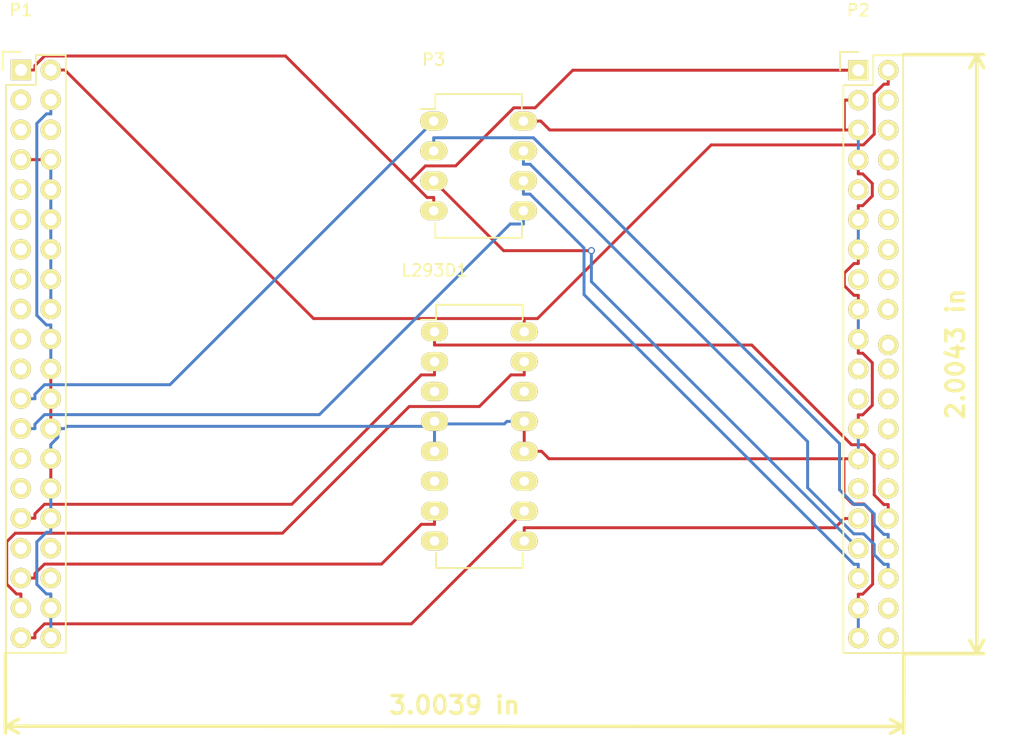
<source format=kicad_pcb>
(kicad_pcb (version 4) (host pcbnew "(2015-03-29 BZR 5548)-product")

  (general
    (links 47)
    (no_connects 0)
    (area 103.807857 57.735 197.62 122.449911)
    (thickness 1.6)
    (drawings 2)
    (tracks 204)
    (zones 0)
    (modules 4)
    (nets 58)
  )

  (page A4)
  (layers
    (0 F.Cu signal)
    (31 B.Cu signal)
    (32 B.Adhes user hide)
    (33 F.Adhes user hide)
    (34 B.Paste user hide)
    (35 F.Paste user hide)
    (36 B.SilkS user hide)
    (37 F.SilkS user)
    (38 B.Mask user hide)
    (39 F.Mask user hide)
    (40 Dwgs.User user hide)
    (41 Cmts.User user hide)
    (42 Eco1.User user hide)
    (43 Eco2.User user hide)
    (44 Edge.Cuts user hide)
    (45 Margin user hide)
    (46 B.CrtYd user hide)
    (47 F.CrtYd user hide)
    (48 B.Fab user hide)
    (49 F.Fab user hide)
  )

  (setup
    (last_trace_width 0.25)
    (trace_clearance 0.2)
    (zone_clearance 0.508)
    (zone_45_only no)
    (trace_min 0.2)
    (segment_width 0.2)
    (edge_width 0.1)
    (via_size 0.6)
    (via_drill 0.4)
    (via_min_size 0.4)
    (via_min_drill 0.3)
    (uvia_size 0.3)
    (uvia_drill 0.1)
    (uvias_allowed no)
    (uvia_min_size 0.2)
    (uvia_min_drill 0.1)
    (pcb_text_width 0.3)
    (pcb_text_size 1.5 1.5)
    (mod_edge_width 0.15)
    (mod_text_size 1 1)
    (mod_text_width 0.15)
    (pad_size 1.5 1.5)
    (pad_drill 0.6)
    (pad_to_mask_clearance 0)
    (aux_axis_origin 0 0)
    (visible_elements FFFFFF7F)
    (pcbplotparams
      (layerselection 0x00030_80000001)
      (usegerberextensions false)
      (excludeedgelayer true)
      (linewidth 0.100000)
      (plotframeref false)
      (viasonmask false)
      (mode 1)
      (useauxorigin false)
      (hpglpennumber 1)
      (hpglpenspeed 20)
      (hpglpendiameter 15)
      (hpglpenoverlay 2)
      (psnegative false)
      (psa4output false)
      (plotreference true)
      (plotvalue true)
      (plotinvisibletext false)
      (padsonsilk false)
      (subtractmaskfromsilk false)
      (outputformat 1)
      (mirror false)
      (drillshape 0)
      (scaleselection 1)
      (outputdirectory ../../../../../../Desktop/))
  )

  (net 0 "")
  (net 1 /GPIO1)
  (net 2 /TEC_COL1)
  (net 3 /ENG0_OUT0)
  (net 4 GND)
  (net 5 /ENG0_OUT1)
  (net 6 /TEC_F3)
  (net 7 +9V)
  (net 8 /GPIO2)
  (net 9 /TEC_COL0)
  (net 10 /ENG1_OUT1)
  (net 11 /ENG1_OUT0)
  (net 12 /TEC_F2)
  (net 13 +5V)
  (net 14 +3V3)
  (net 15 /RESET)
  (net 16 /ISP)
  (net 17 /WAKEUP)
  (net 18 GNDA)
  (net 19 /ADC0_3)
  (net 20 /ADC0_2)
  (net 21 /ADC0_1)
  (net 22 /DAC)
  (net 23 /VDD_A)
  (net 24 /I2C_SDA)
  (net 25 /I2C_SCL)
  (net 26 /RS232_RXD)
  (net 27 /RS232_TXD)
  (net 28 /CAN_RD)
  (net 29 /CAN_TD)
  (net 30 /TEC_F0)
  (net 31 /TEC_COL2)
  (net 32 /TEC_F1)
  (net 33 /ENET_RXD1)
  (net 34 /ENET_TX_EN)
  (net 35 /ENET_MDC)
  (net 36 /ENET_RXD0)
  (net 37 /ENET_CRS_DV)
  (net 38 /ENET_MDIO)
  (net 39 /ENET_TXD0)
  (net 40 /ENET_REF_CLK)
  (net 41 /ENET_TXD1)
  (net 42 /SPI_MISO)
  (net 43 /SPI_SCK)
  (net 44 /SPI_MOSI)
  (net 45 /LCD4)
  (net 46 /LCD_EN)
  (net 47 /LCD_RS)
  (net 48 /LCD3)
  (net 49 /LCD2)
  (net 50 /GPIO0)
  (net 51 /LCD1)
  (net 52 /GPIO4)
  (net 53 /GPIO3)
  (net 54 /GPIO6)
  (net 55 /GPIO5)
  (net 56 /GPIO7)
  (net 57 /GPIO8)

  (net_class Default "This is the default net class."
    (clearance 0.2)
    (trace_width 0.25)
    (via_dia 0.6)
    (via_drill 0.4)
    (uvia_dia 0.3)
    (uvia_drill 0.1)
    (add_net +3V3)
    (add_net +5V)
    (add_net +9V)
    (add_net /ADC0_1)
    (add_net /ADC0_2)
    (add_net /ADC0_3)
    (add_net /CAN_RD)
    (add_net /CAN_TD)
    (add_net /DAC)
    (add_net /ENET_CRS_DV)
    (add_net /ENET_MDC)
    (add_net /ENET_MDIO)
    (add_net /ENET_REF_CLK)
    (add_net /ENET_RXD0)
    (add_net /ENET_RXD1)
    (add_net /ENET_TXD0)
    (add_net /ENET_TXD1)
    (add_net /ENET_TX_EN)
    (add_net /ENG0_OUT0)
    (add_net /ENG0_OUT1)
    (add_net /ENG1_OUT0)
    (add_net /ENG1_OUT1)
    (add_net /GPIO0)
    (add_net /GPIO1)
    (add_net /GPIO2)
    (add_net /GPIO3)
    (add_net /GPIO4)
    (add_net /GPIO5)
    (add_net /GPIO6)
    (add_net /GPIO7)
    (add_net /GPIO8)
    (add_net /I2C_SCL)
    (add_net /I2C_SDA)
    (add_net /ISP)
    (add_net /LCD1)
    (add_net /LCD2)
    (add_net /LCD3)
    (add_net /LCD4)
    (add_net /LCD_EN)
    (add_net /LCD_RS)
    (add_net /RESET)
    (add_net /RS232_RXD)
    (add_net /RS232_TXD)
    (add_net /SPI_MISO)
    (add_net /SPI_MOSI)
    (add_net /SPI_SCK)
    (add_net /TEC_COL0)
    (add_net /TEC_COL1)
    (add_net /TEC_COL2)
    (add_net /TEC_F0)
    (add_net /TEC_F1)
    (add_net /TEC_F2)
    (add_net /TEC_F3)
    (add_net /VDD_A)
    (add_net /WAKEUP)
    (add_net GND)
    (add_net GNDA)
  )

  (module Housings_DIP:DIP-16_W7.62mm_LongPads (layer F.Cu) (tedit 54130A77) (tstamp 56132089)
    (at 143.568 86.21)
    (descr "16-lead dip package, row spacing 7.62 mm (300 mils), longer pads")
    (tags "dil dip 2.54 300")
    (path /560AA651)
    (fp_text reference L293D1 (at 0 -5.22) (layer F.SilkS)
      (effects (font (size 1 1) (thickness 0.15)))
    )
    (fp_text value L293D (at 0 -3.72) (layer F.Fab)
      (effects (font (size 1 1) (thickness 0.15)))
    )
    (fp_line (start -1.4 -2.45) (end -1.4 20.25) (layer F.CrtYd) (width 0.05))
    (fp_line (start 9 -2.45) (end 9 20.25) (layer F.CrtYd) (width 0.05))
    (fp_line (start -1.4 -2.45) (end 9 -2.45) (layer F.CrtYd) (width 0.05))
    (fp_line (start -1.4 20.25) (end 9 20.25) (layer F.CrtYd) (width 0.05))
    (fp_line (start 0.135 -2.295) (end 0.135 -1.025) (layer F.SilkS) (width 0.15))
    (fp_line (start 7.485 -2.295) (end 7.485 -1.025) (layer F.SilkS) (width 0.15))
    (fp_line (start 7.485 20.075) (end 7.485 18.805) (layer F.SilkS) (width 0.15))
    (fp_line (start 0.135 20.075) (end 0.135 18.805) (layer F.SilkS) (width 0.15))
    (fp_line (start 0.135 -2.295) (end 7.485 -2.295) (layer F.SilkS) (width 0.15))
    (fp_line (start 0.135 20.075) (end 7.485 20.075) (layer F.SilkS) (width 0.15))
    (fp_line (start 0.135 -1.025) (end -1.15 -1.025) (layer F.SilkS) (width 0.15))
    (pad 1 thru_hole oval (at 0 0) (size 2.3 1.6) (drill 0.8) (layers *.Cu *.Mask F.SilkS)
      (net 1 /GPIO1))
    (pad 2 thru_hole oval (at 0 2.54) (size 2.3 1.6) (drill 0.8) (layers *.Cu *.Mask F.SilkS)
      (net 2 /TEC_COL1))
    (pad 3 thru_hole oval (at 0 5.08) (size 2.3 1.6) (drill 0.8) (layers *.Cu *.Mask F.SilkS)
      (net 3 /ENG0_OUT0))
    (pad 4 thru_hole oval (at 0 7.62) (size 2.3 1.6) (drill 0.8) (layers *.Cu *.Mask F.SilkS)
      (net 4 GND))
    (pad 5 thru_hole oval (at 0 10.16) (size 2.3 1.6) (drill 0.8) (layers *.Cu *.Mask F.SilkS)
      (net 4 GND))
    (pad 6 thru_hole oval (at 0 12.7) (size 2.3 1.6) (drill 0.8) (layers *.Cu *.Mask F.SilkS)
      (net 5 /ENG0_OUT1))
    (pad 7 thru_hole oval (at 0 15.24) (size 2.3 1.6) (drill 0.8) (layers *.Cu *.Mask F.SilkS)
      (net 6 /TEC_F3))
    (pad 8 thru_hole oval (at 0 17.78) (size 2.3 1.6) (drill 0.8) (layers *.Cu *.Mask F.SilkS)
      (net 7 +9V))
    (pad 9 thru_hole oval (at 7.62 17.78) (size 2.3 1.6) (drill 0.8) (layers *.Cu *.Mask F.SilkS)
      (net 8 /GPIO2))
    (pad 10 thru_hole oval (at 7.62 15.24) (size 2.3 1.6) (drill 0.8) (layers *.Cu *.Mask F.SilkS)
      (net 9 /TEC_COL0))
    (pad 11 thru_hole oval (at 7.62 12.7) (size 2.3 1.6) (drill 0.8) (layers *.Cu *.Mask F.SilkS)
      (net 10 /ENG1_OUT1))
    (pad 12 thru_hole oval (at 7.62 10.16) (size 2.3 1.6) (drill 0.8) (layers *.Cu *.Mask F.SilkS)
      (net 4 GND))
    (pad 13 thru_hole oval (at 7.62 7.62) (size 2.3 1.6) (drill 0.8) (layers *.Cu *.Mask F.SilkS)
      (net 4 GND))
    (pad 14 thru_hole oval (at 7.62 5.08) (size 2.3 1.6) (drill 0.8) (layers *.Cu *.Mask F.SilkS)
      (net 11 /ENG1_OUT0))
    (pad 15 thru_hole oval (at 7.62 2.54) (size 2.3 1.6) (drill 0.8) (layers *.Cu *.Mask F.SilkS)
      (net 12 /TEC_F2))
    (pad 16 thru_hole oval (at 7.62 0) (size 2.3 1.6) (drill 0.8) (layers *.Cu *.Mask F.SilkS)
      (net 13 +5V))
    (model Housings_DIP.3dshapes/DIP-16_W7.62mm_LongPads.wrl
      (at (xyz 0 0 0))
      (scale (xyz 1 1 1))
      (rotate (xyz 0 0 0))
    )
  )

  (module Pin_Headers:Pin_Header_Straight_2x20 (layer F.Cu) (tedit 0) (tstamp 561320C1)
    (at 108.44 63.96)
    (descr "Through hole pin header")
    (tags "pin header")
    (path /5398AC24)
    (fp_text reference P1 (at 0 -5.1) (layer F.SilkS)
      (effects (font (size 1 1) (thickness 0.15)))
    )
    (fp_text value CONN_20X2 (at 0 -3.1) (layer F.Fab)
      (effects (font (size 1 1) (thickness 0.15)))
    )
    (fp_line (start -1.75 -1.75) (end -1.75 50.05) (layer F.CrtYd) (width 0.05))
    (fp_line (start 4.3 -1.75) (end 4.3 50.05) (layer F.CrtYd) (width 0.05))
    (fp_line (start -1.75 -1.75) (end 4.3 -1.75) (layer F.CrtYd) (width 0.05))
    (fp_line (start -1.75 50.05) (end 4.3 50.05) (layer F.CrtYd) (width 0.05))
    (fp_line (start 3.81 49.53) (end 3.81 -1.27) (layer F.SilkS) (width 0.15))
    (fp_line (start -1.27 1.27) (end -1.27 49.53) (layer F.SilkS) (width 0.15))
    (fp_line (start 3.81 49.53) (end -1.27 49.53) (layer F.SilkS) (width 0.15))
    (fp_line (start 3.81 -1.27) (end 1.27 -1.27) (layer F.SilkS) (width 0.15))
    (fp_line (start 0 -1.55) (end -1.55 -1.55) (layer F.SilkS) (width 0.15))
    (fp_line (start 1.27 -1.27) (end 1.27 1.27) (layer F.SilkS) (width 0.15))
    (fp_line (start 1.27 1.27) (end -1.27 1.27) (layer F.SilkS) (width 0.15))
    (fp_line (start -1.55 -1.55) (end -1.55 0) (layer F.SilkS) (width 0.15))
    (pad 1 thru_hole rect (at 0 0) (size 1.7272 1.7272) (drill 1.016) (layers *.Cu *.Mask F.SilkS)
      (net 14 +3V3))
    (pad 2 thru_hole oval (at 2.54 0) (size 1.7272 1.7272) (drill 1.016) (layers *.Cu *.Mask F.SilkS)
      (net 13 +5V))
    (pad 3 thru_hole oval (at 0 2.54) (size 1.7272 1.7272) (drill 1.016) (layers *.Cu *.Mask F.SilkS)
      (net 15 /RESET))
    (pad 4 thru_hole oval (at 2.54 2.54) (size 1.7272 1.7272) (drill 1.016) (layers *.Cu *.Mask F.SilkS)
      (net 4 GND))
    (pad 5 thru_hole oval (at 0 5.08) (size 1.7272 1.7272) (drill 1.016) (layers *.Cu *.Mask F.SilkS)
      (net 16 /ISP))
    (pad 6 thru_hole oval (at 2.54 5.08) (size 1.7272 1.7272) (drill 1.016) (layers *.Cu *.Mask F.SilkS)
      (net 17 /WAKEUP))
    (pad 7 thru_hole oval (at 0 7.62) (size 1.7272 1.7272) (drill 1.016) (layers *.Cu *.Mask F.SilkS)
      (net 18 GNDA))
    (pad 8 thru_hole oval (at 2.54 7.62) (size 1.7272 1.7272) (drill 1.016) (layers *.Cu *.Mask F.SilkS)
      (net 18 GNDA))
    (pad 9 thru_hole oval (at 0 10.16) (size 1.7272 1.7272) (drill 1.016) (layers *.Cu *.Mask F.SilkS)
      (net 19 /ADC0_3))
    (pad 10 thru_hole oval (at 2.54 10.16) (size 1.7272 1.7272) (drill 1.016) (layers *.Cu *.Mask F.SilkS)
      (net 18 GNDA))
    (pad 11 thru_hole oval (at 0 12.7) (size 1.7272 1.7272) (drill 1.016) (layers *.Cu *.Mask F.SilkS)
      (net 20 /ADC0_2))
    (pad 12 thru_hole oval (at 2.54 12.7) (size 1.7272 1.7272) (drill 1.016) (layers *.Cu *.Mask F.SilkS)
      (net 18 GNDA))
    (pad 13 thru_hole oval (at 0 15.24) (size 1.7272 1.7272) (drill 1.016) (layers *.Cu *.Mask F.SilkS)
      (net 21 /ADC0_1))
    (pad 14 thru_hole oval (at 2.54 15.24) (size 1.7272 1.7272) (drill 1.016) (layers *.Cu *.Mask F.SilkS)
      (net 18 GNDA))
    (pad 15 thru_hole oval (at 0 17.78) (size 1.7272 1.7272) (drill 1.016) (layers *.Cu *.Mask F.SilkS)
      (net 22 /DAC))
    (pad 16 thru_hole oval (at 2.54 17.78) (size 1.7272 1.7272) (drill 1.016) (layers *.Cu *.Mask F.SilkS)
      (net 18 GNDA))
    (pad 17 thru_hole oval (at 0 20.32) (size 1.7272 1.7272) (drill 1.016) (layers *.Cu *.Mask F.SilkS)
      (net 23 /VDD_A))
    (pad 18 thru_hole oval (at 2.54 20.32) (size 1.7272 1.7272) (drill 1.016) (layers *.Cu *.Mask F.SilkS)
      (net 18 GNDA))
    (pad 19 thru_hole oval (at 0 22.86) (size 1.7272 1.7272) (drill 1.016) (layers *.Cu *.Mask F.SilkS)
      (net 24 /I2C_SDA))
    (pad 20 thru_hole oval (at 2.54 22.86) (size 1.7272 1.7272) (drill 1.016) (layers *.Cu *.Mask F.SilkS)
      (net 4 GND))
    (pad 21 thru_hole oval (at 0 25.4) (size 1.7272 1.7272) (drill 1.016) (layers *.Cu *.Mask F.SilkS)
      (net 25 /I2C_SCL))
    (pad 22 thru_hole oval (at 2.54 25.4) (size 1.7272 1.7272) (drill 1.016) (layers *.Cu *.Mask F.SilkS)
      (net 4 GND))
    (pad 23 thru_hole oval (at 0 27.94) (size 1.7272 1.7272) (drill 1.016) (layers *.Cu *.Mask F.SilkS)
      (net 26 /RS232_RXD))
    (pad 24 thru_hole oval (at 2.54 27.94) (size 1.7272 1.7272) (drill 1.016) (layers *.Cu *.Mask F.SilkS)
      (net 4 GND))
    (pad 25 thru_hole oval (at 0 30.48) (size 1.7272 1.7272) (drill 1.016) (layers *.Cu *.Mask F.SilkS)
      (net 27 /RS232_TXD))
    (pad 26 thru_hole oval (at 2.54 30.48) (size 1.7272 1.7272) (drill 1.016) (layers *.Cu *.Mask F.SilkS)
      (net 4 GND))
    (pad 27 thru_hole oval (at 0 33.02) (size 1.7272 1.7272) (drill 1.016) (layers *.Cu *.Mask F.SilkS)
      (net 28 /CAN_RD))
    (pad 28 thru_hole oval (at 2.54 33.02) (size 1.7272 1.7272) (drill 1.016) (layers *.Cu *.Mask F.SilkS)
      (net 4 GND))
    (pad 29 thru_hole oval (at 0 35.56) (size 1.7272 1.7272) (drill 1.016) (layers *.Cu *.Mask F.SilkS)
      (net 29 /CAN_TD))
    (pad 30 thru_hole oval (at 2.54 35.56) (size 1.7272 1.7272) (drill 1.016) (layers *.Cu *.Mask F.SilkS)
      (net 4 GND))
    (pad 31 thru_hole oval (at 0 38.1) (size 1.7272 1.7272) (drill 1.016) (layers *.Cu *.Mask F.SilkS)
      (net 2 /TEC_COL1))
    (pad 32 thru_hole oval (at 2.54 38.1) (size 1.7272 1.7272) (drill 1.016) (layers *.Cu *.Mask F.SilkS)
      (net 4 GND))
    (pad 33 thru_hole oval (at 0 40.64) (size 1.7272 1.7272) (drill 1.016) (layers *.Cu *.Mask F.SilkS)
      (net 30 /TEC_F0))
    (pad 34 thru_hole oval (at 2.54 40.64) (size 1.7272 1.7272) (drill 1.016) (layers *.Cu *.Mask F.SilkS)
      (net 31 /TEC_COL2))
    (pad 35 thru_hole oval (at 0 43.18) (size 1.7272 1.7272) (drill 1.016) (layers *.Cu *.Mask F.SilkS)
      (net 6 /TEC_F3))
    (pad 36 thru_hole oval (at 2.54 43.18) (size 1.7272 1.7272) (drill 1.016) (layers *.Cu *.Mask F.SilkS)
      (net 32 /TEC_F1))
    (pad 37 thru_hole oval (at 0 45.72) (size 1.7272 1.7272) (drill 1.016) (layers *.Cu *.Mask F.SilkS)
      (net 12 /TEC_F2))
    (pad 38 thru_hole oval (at 2.54 45.72) (size 1.7272 1.7272) (drill 1.016) (layers *.Cu *.Mask F.SilkS)
      (net 4 GND))
    (pad 39 thru_hole oval (at 0 48.26) (size 1.7272 1.7272) (drill 1.016) (layers *.Cu *.Mask F.SilkS)
      (net 9 /TEC_COL0))
    (pad 40 thru_hole oval (at 2.54 48.26) (size 1.7272 1.7272) (drill 1.016) (layers *.Cu *.Mask F.SilkS)
      (net 4 GND))
    (model Pin_Headers.3dshapes/Pin_Header_Straight_2x20.wrl
      (at (xyz 0.05 -0.95 0))
      (scale (xyz 1 1 1))
      (rotate (xyz 0 0 90))
    )
  )

  (module Pin_Headers:Pin_Header_Straight_2x20 (layer F.Cu) (tedit 0) (tstamp 561320F9)
    (at 179.562 63.98)
    (descr "Through hole pin header")
    (tags "pin header")
    (path /5398AC33)
    (fp_text reference P2 (at 0 -5.1) (layer F.SilkS)
      (effects (font (size 1 1) (thickness 0.15)))
    )
    (fp_text value CONN_20X2 (at 0 -3.1) (layer F.Fab)
      (effects (font (size 1 1) (thickness 0.15)))
    )
    (fp_line (start -1.75 -1.75) (end -1.75 50.05) (layer F.CrtYd) (width 0.05))
    (fp_line (start 4.3 -1.75) (end 4.3 50.05) (layer F.CrtYd) (width 0.05))
    (fp_line (start -1.75 -1.75) (end 4.3 -1.75) (layer F.CrtYd) (width 0.05))
    (fp_line (start -1.75 50.05) (end 4.3 50.05) (layer F.CrtYd) (width 0.05))
    (fp_line (start 3.81 49.53) (end 3.81 -1.27) (layer F.SilkS) (width 0.15))
    (fp_line (start -1.27 1.27) (end -1.27 49.53) (layer F.SilkS) (width 0.15))
    (fp_line (start 3.81 49.53) (end -1.27 49.53) (layer F.SilkS) (width 0.15))
    (fp_line (start 3.81 -1.27) (end 1.27 -1.27) (layer F.SilkS) (width 0.15))
    (fp_line (start 0 -1.55) (end -1.55 -1.55) (layer F.SilkS) (width 0.15))
    (fp_line (start 1.27 -1.27) (end 1.27 1.27) (layer F.SilkS) (width 0.15))
    (fp_line (start 1.27 1.27) (end -1.27 1.27) (layer F.SilkS) (width 0.15))
    (fp_line (start -1.55 -1.55) (end -1.55 0) (layer F.SilkS) (width 0.15))
    (pad 1 thru_hole rect (at 0 0) (size 1.7272 1.7272) (drill 1.016) (layers *.Cu *.Mask F.SilkS)
      (net 14 +3V3))
    (pad 2 thru_hole oval (at 2.54 0) (size 1.7272 1.7272) (drill 1.016) (layers *.Cu *.Mask F.SilkS)
      (net 13 +5V))
    (pad 3 thru_hole oval (at 0 2.54) (size 1.7272 1.7272) (drill 1.016) (layers *.Cu *.Mask F.SilkS)
      (net 4 GND))
    (pad 4 thru_hole oval (at 2.54 2.54) (size 1.7272 1.7272) (drill 1.016) (layers *.Cu *.Mask F.SilkS)
      (net 33 /ENET_RXD1))
    (pad 5 thru_hole oval (at 0 5.08) (size 1.7272 1.7272) (drill 1.016) (layers *.Cu *.Mask F.SilkS)
      (net 4 GND))
    (pad 6 thru_hole oval (at 2.54 5.08) (size 1.7272 1.7272) (drill 1.016) (layers *.Cu *.Mask F.SilkS)
      (net 34 /ENET_TX_EN))
    (pad 7 thru_hole oval (at 0 7.62) (size 1.7272 1.7272) (drill 1.016) (layers *.Cu *.Mask F.SilkS)
      (net 4 GND))
    (pad 8 thru_hole oval (at 2.54 7.62) (size 1.7272 1.7272) (drill 1.016) (layers *.Cu *.Mask F.SilkS)
      (net 35 /ENET_MDC))
    (pad 9 thru_hole oval (at 0 10.16) (size 1.7272 1.7272) (drill 1.016) (layers *.Cu *.Mask F.SilkS)
      (net 36 /ENET_RXD0))
    (pad 10 thru_hole oval (at 2.54 10.16) (size 1.7272 1.7272) (drill 1.016) (layers *.Cu *.Mask F.SilkS)
      (net 37 /ENET_CRS_DV))
    (pad 11 thru_hole oval (at 0 12.7) (size 1.7272 1.7272) (drill 1.016) (layers *.Cu *.Mask F.SilkS)
      (net 4 GND))
    (pad 12 thru_hole oval (at 2.54 12.7) (size 1.7272 1.7272) (drill 1.016) (layers *.Cu *.Mask F.SilkS)
      (net 38 /ENET_MDIO))
    (pad 13 thru_hole oval (at 0 15.24) (size 1.7272 1.7272) (drill 1.016) (layers *.Cu *.Mask F.SilkS)
      (net 4 GND))
    (pad 14 thru_hole oval (at 2.54 15.24) (size 1.7272 1.7272) (drill 1.016) (layers *.Cu *.Mask F.SilkS)
      (net 39 /ENET_TXD0))
    (pad 15 thru_hole oval (at 0 17.78) (size 1.7272 1.7272) (drill 1.016) (layers *.Cu *.Mask F.SilkS)
      (net 40 /ENET_REF_CLK))
    (pad 16 thru_hole oval (at 2.54 17.78) (size 1.7272 1.7272) (drill 1.016) (layers *.Cu *.Mask F.SilkS)
      (net 41 /ENET_TXD1))
    (pad 17 thru_hole oval (at 0 20.32) (size 1.7272 1.7272) (drill 1.016) (layers *.Cu *.Mask F.SilkS)
      (net 4 GND))
    (pad 18 thru_hole oval (at 2.521 20.32) (size 1.7272 1.7272) (drill 1.016) (layers *.Cu *.Mask F.SilkS)
      (net 42 /SPI_MISO))
    (pad 19 thru_hole oval (at 0 22.86) (size 1.7272 1.7272) (drill 1.016) (layers *.Cu *.Mask F.SilkS)
      (net 4 GND))
    (pad 20 thru_hole oval (at 2.54 23.36) (size 1.7272 1.7272) (drill 1.016) (layers *.Cu *.Mask F.SilkS)
      (net 43 /SPI_SCK))
    (pad 21 thru_hole oval (at 0 25.4) (size 1.7272 1.7272) (drill 1.016) (layers *.Cu *.Mask F.SilkS)
      (net 44 /SPI_MOSI))
    (pad 22 thru_hole oval (at 2.54 25.4) (size 1.7272 1.7272) (drill 1.016) (layers *.Cu *.Mask F.SilkS)
      (net 45 /LCD4))
    (pad 23 thru_hole oval (at 0 27.94) (size 1.7272 1.7272) (drill 1.016) (layers *.Cu *.Mask F.SilkS)
      (net 46 /LCD_EN))
    (pad 24 thru_hole oval (at 2.54 27.94) (size 1.7272 1.7272) (drill 1.016) (layers *.Cu *.Mask F.SilkS)
      (net 47 /LCD_RS))
    (pad 25 thru_hole oval (at 0 30.48) (size 1.7272 1.7272) (drill 1.016) (layers *.Cu *.Mask F.SilkS)
      (net 4 GND))
    (pad 26 thru_hole oval (at 2.54 30.48) (size 1.7272 1.7272) (drill 1.016) (layers *.Cu *.Mask F.SilkS)
      (net 48 /LCD3))
    (pad 27 thru_hole oval (at 0 33.02) (size 1.7272 1.7272) (drill 1.016) (layers *.Cu *.Mask F.SilkS)
      (net 4 GND))
    (pad 28 thru_hole oval (at 2.54 33.02) (size 1.7272 1.7272) (drill 1.016) (layers *.Cu *.Mask F.SilkS)
      (net 49 /LCD2))
    (pad 29 thru_hole oval (at 0 35.56) (size 1.7272 1.7272) (drill 1.016) (layers *.Cu *.Mask F.SilkS)
      (net 50 /GPIO0))
    (pad 30 thru_hole oval (at 2.54 35.56) (size 1.7272 1.7272) (drill 1.016) (layers *.Cu *.Mask F.SilkS)
      (net 51 /LCD1))
    (pad 31 thru_hole oval (at 0 38.1) (size 1.7272 1.7272) (drill 1.016) (layers *.Cu *.Mask F.SilkS)
      (net 8 /GPIO2))
    (pad 32 thru_hole oval (at 2.54 38.1) (size 1.7272 1.7272) (drill 1.016) (layers *.Cu *.Mask F.SilkS)
      (net 1 /GPIO1))
    (pad 33 thru_hole oval (at 0 40.64) (size 1.7272 1.7272) (drill 1.016) (layers *.Cu *.Mask F.SilkS)
      (net 52 /GPIO4))
    (pad 34 thru_hole oval (at 2.54 40.64) (size 1.7272 1.7272) (drill 1.016) (layers *.Cu *.Mask F.SilkS)
      (net 53 /GPIO3))
    (pad 35 thru_hole oval (at 0 43.18) (size 1.7272 1.7272) (drill 1.016) (layers *.Cu *.Mask F.SilkS)
      (net 54 /GPIO6))
    (pad 36 thru_hole oval (at 2.54 43.18) (size 1.7272 1.7272) (drill 1.016) (layers *.Cu *.Mask F.SilkS)
      (net 55 /GPIO5))
    (pad 37 thru_hole oval (at 0 45.72) (size 1.7272 1.7272) (drill 1.016) (layers *.Cu *.Mask F.SilkS)
      (net 4 GND))
    (pad 38 thru_hole oval (at 2.54 45.72) (size 1.7272 1.7272) (drill 1.016) (layers *.Cu *.Mask F.SilkS)
      (net 56 /GPIO7))
    (pad 39 thru_hole oval (at 0 48.26) (size 1.7272 1.7272) (drill 1.016) (layers *.Cu *.Mask F.SilkS)
      (net 4 GND))
    (pad 40 thru_hole oval (at 2.54 48.26) (size 1.7272 1.7272) (drill 1.016) (layers *.Cu *.Mask F.SilkS)
      (net 57 /GPIO8))
    (model Pin_Headers.3dshapes/Pin_Header_Straight_2x20.wrl
      (at (xyz 0.05 -0.95 0))
      (scale (xyz 1 1 1))
      (rotate (xyz 0 0 90))
    )
  )

  (module Housings_DIP:DIP-8_W7.62mm_LongPads (layer F.Cu) (tedit 54130A77) (tstamp 56132110)
    (at 143.501 68.304)
    (descr "8-lead dip package, row spacing 7.62 mm (300 mils), longer pads")
    (tags "dil dip 2.54 300")
    (path /5613172D)
    (fp_text reference P3 (at 0 -5.22) (layer F.SilkS)
      (effects (font (size 1 1) (thickness 0.15)))
    )
    (fp_text value ESP8266 (at 0 -3.72) (layer F.Fab)
      (effects (font (size 1 1) (thickness 0.15)))
    )
    (fp_line (start -1.4 -2.45) (end -1.4 10.1) (layer F.CrtYd) (width 0.05))
    (fp_line (start 9 -2.45) (end 9 10.1) (layer F.CrtYd) (width 0.05))
    (fp_line (start -1.4 -2.45) (end 9 -2.45) (layer F.CrtYd) (width 0.05))
    (fp_line (start -1.4 10.1) (end 9 10.1) (layer F.CrtYd) (width 0.05))
    (fp_line (start 0.135 -2.295) (end 0.135 -1.025) (layer F.SilkS) (width 0.15))
    (fp_line (start 7.485 -2.295) (end 7.485 -1.025) (layer F.SilkS) (width 0.15))
    (fp_line (start 7.485 9.915) (end 7.485 8.645) (layer F.SilkS) (width 0.15))
    (fp_line (start 0.135 9.915) (end 0.135 8.645) (layer F.SilkS) (width 0.15))
    (fp_line (start 0.135 -2.295) (end 7.485 -2.295) (layer F.SilkS) (width 0.15))
    (fp_line (start 0.135 9.915) (end 7.485 9.915) (layer F.SilkS) (width 0.15))
    (fp_line (start 0.135 -1.025) (end -1.15 -1.025) (layer F.SilkS) (width 0.15))
    (pad 1 thru_hole oval (at 0 0) (size 2.3 1.6) (drill 0.8) (layers *.Cu *.Mask F.SilkS)
      (net 26 /RS232_RXD))
    (pad 2 thru_hole oval (at 0 2.54) (size 2.3 1.6) (drill 0.8) (layers *.Cu *.Mask F.SilkS)
      (net 53 /GPIO3))
    (pad 3 thru_hole oval (at 0 5.08) (size 2.3 1.6) (drill 0.8) (layers *.Cu *.Mask F.SilkS)
      (net 52 /GPIO4))
    (pad 4 thru_hole oval (at 0 7.62) (size 2.3 1.6) (drill 0.8) (layers *.Cu *.Mask F.SilkS)
      (net 14 +3V3))
    (pad 5 thru_hole oval (at 7.62 7.62) (size 2.3 1.6) (drill 0.8) (layers *.Cu *.Mask F.SilkS)
      (net 27 /RS232_TXD))
    (pad 6 thru_hole oval (at 7.62 5.08) (size 2.3 1.6) (drill 0.8) (layers *.Cu *.Mask F.SilkS)
      (net 54 /GPIO6))
    (pad 7 thru_hole oval (at 7.62 2.54) (size 2.3 1.6) (drill 0.8) (layers *.Cu *.Mask F.SilkS)
      (net 55 /GPIO5))
    (pad 8 thru_hole oval (at 7.62 0) (size 2.3 1.6) (drill 0.8) (layers *.Cu *.Mask F.SilkS)
      (net 4 GND))
    (model Housings_DIP.3dshapes/DIP-8_W7.62mm_LongPads.wrl
      (at (xyz 0 0 0))
      (scale (xyz 1 1 1))
      (rotate (xyz 0 0 0))
    )
  )

  (dimension 50.91 (width 0.3) (layer F.SilkS)
    (gr_text "50,910 mm" (at 190.97 88.105 90) (layer F.SilkS)
      (effects (font (size 1.5 1.5) (thickness 0.3)))
    )
    (feature1 (pts (xy 183.41 62.65) (xy 192.32 62.65)))
    (feature2 (pts (xy 183.41 113.56) (xy 192.32 113.56)))
    (crossbar (pts (xy 189.62 113.56) (xy 189.62 62.65)))
    (arrow1a (pts (xy 189.62 62.65) (xy 190.206421 63.776504)))
    (arrow1b (pts (xy 189.62 62.65) (xy 189.033579 63.776504)))
    (arrow2a (pts (xy 189.62 113.56) (xy 190.206421 112.433496)))
    (arrow2b (pts (xy 189.62 113.56) (xy 189.033579 112.433496)))
  )
  (dimension 76.300003 (width 0.3) (layer F.SilkS)
    (gr_text "76,300 mm" (at 145.268023 121.08991 359.9849814) (layer F.SilkS)
      (effects (font (size 1.5 1.5) (thickness 0.3)))
    )
    (feature1 (pts (xy 183.42 113.56) (xy 183.417669 122.44991)))
    (feature2 (pts (xy 107.12 113.54) (xy 107.117669 122.42991)))
    (crossbar (pts (xy 107.118377 119.72991) (xy 183.418377 119.74991)))
    (arrow1a (pts (xy 183.418377 119.74991) (xy 182.29172 120.336035)))
    (arrow1b (pts (xy 183.418377 119.74991) (xy 182.292027 119.163194)))
    (arrow2a (pts (xy 107.118377 119.72991) (xy 108.244727 120.316626)))
    (arrow2b (pts (xy 107.118377 119.72991) (xy 108.245034 119.143785)))
  )

  (segment (start 181.7304 100.8911) (end 182.102 100.8911) (width 0.25) (layer F.Cu) (net 1))
  (segment (start 180.9131 100.0738) (end 181.7304 100.8911) (width 0.25) (layer F.Cu) (net 1))
  (segment (start 180.9131 96.6565) (end 180.9131 100.0738) (width 0.25) (layer F.Cu) (net 1))
  (segment (start 180.0676 95.811) (end 180.9131 96.6565) (width 0.25) (layer F.Cu) (net 1))
  (segment (start 178.9856 95.811) (end 180.0676 95.811) (width 0.25) (layer F.Cu) (net 1))
  (segment (start 170.5099 87.3353) (end 178.9856 95.811) (width 0.25) (layer F.Cu) (net 1))
  (segment (start 143.568 87.3353) (end 170.5099 87.3353) (width 0.25) (layer F.Cu) (net 1))
  (segment (start 143.568 86.21) (end 143.568 87.3353) (width 0.25) (layer F.Cu) (net 1))
  (segment (start 182.102 102.08) (end 182.102 100.8911) (width 0.25) (layer F.Cu) (net 1))
  (segment (start 142.4427 89.8753) (end 143.568 89.8753) (width 0.25) (layer F.Cu) (net 2))
  (segment (start 131.4469 100.8711) (end 142.4427 89.8753) (width 0.25) (layer F.Cu) (net 2))
  (segment (start 110.4462 100.8711) (end 131.4469 100.8711) (width 0.25) (layer F.Cu) (net 2))
  (segment (start 109.6289 101.6884) (end 110.4462 100.8711) (width 0.25) (layer F.Cu) (net 2))
  (segment (start 109.6289 102.06) (end 109.6289 101.6884) (width 0.25) (layer F.Cu) (net 2))
  (segment (start 108.44 102.06) (end 109.6289 102.06) (width 0.25) (layer F.Cu) (net 2))
  (segment (start 143.568 88.75) (end 143.568 89.8753) (width 0.25) (layer F.Cu) (net 2))
  (segment (start 179.562 112.24) (end 179.562 109.7) (width 0.25) (layer B.Cu) (net 4))
  (segment (start 179.562 97) (end 179.562 94.46) (width 0.25) (layer B.Cu) (net 4))
  (segment (start 151.121 68.304) (end 152.5963 68.304) (width 0.25) (layer F.Cu) (net 4))
  (segment (start 110.98 94.44) (end 110.98 91.9) (width 0.25) (layer F.Cu) (net 4))
  (segment (start 110.98 91.9) (end 110.98 89.36) (width 0.25) (layer F.Cu) (net 4))
  (segment (start 110.98 66.5) (end 110.98 67.6889) (width 0.25) (layer B.Cu) (net 4))
  (segment (start 110.98 89.36) (end 110.98 86.82) (width 0.25) (layer B.Cu) (net 4))
  (segment (start 110.6084 67.6889) (end 110.98 67.6889) (width 0.25) (layer B.Cu) (net 4))
  (segment (start 109.7911 68.5062) (end 110.6084 67.6889) (width 0.25) (layer B.Cu) (net 4))
  (segment (start 109.7911 84.8138) (end 109.7911 68.5062) (width 0.25) (layer B.Cu) (net 4))
  (segment (start 110.6084 85.6311) (end 109.7911 84.8138) (width 0.25) (layer B.Cu) (net 4))
  (segment (start 110.98 85.6311) (end 110.6084 85.6311) (width 0.25) (layer B.Cu) (net 4))
  (segment (start 110.98 86.82) (end 110.98 85.6311) (width 0.25) (layer B.Cu) (net 4))
  (segment (start 143.568 96.37) (end 143.568 95.2447) (width 0.25) (layer B.Cu) (net 4))
  (segment (start 143.568 95.2447) (end 143.568 94.9553) (width 0.25) (layer B.Cu) (net 4))
  (segment (start 179.562 76.68) (end 179.562 79.22) (width 0.25) (layer B.Cu) (net 4))
  (segment (start 179.562 69.06) (end 179.562 71.6) (width 0.25) (layer B.Cu) (net 4))
  (segment (start 110.98 99.52) (end 110.98 96.98) (width 0.25) (layer F.Cu) (net 4))
  (segment (start 143.568 94.2475) (end 143.568 94.9553) (width 0.25) (layer B.Cu) (net 4))
  (segment (start 112.3614 94.2475) (end 112.1689 94.44) (width 0.25) (layer B.Cu) (net 4))
  (segment (start 143.568 94.2475) (end 112.3614 94.2475) (width 0.25) (layer B.Cu) (net 4))
  (segment (start 179.562 109.7) (end 179.562 108.5111) (width 0.25) (layer F.Cu) (net 4))
  (segment (start 179.562 86.84) (end 179.562 84.3) (width 0.25) (layer B.Cu) (net 4))
  (segment (start 179.1904 83.1111) (end 179.562 83.1111) (width 0.25) (layer F.Cu) (net 4))
  (segment (start 178.3731 82.2938) (end 179.1904 83.1111) (width 0.25) (layer F.Cu) (net 4))
  (segment (start 178.3731 81.2263) (end 178.3731 82.2938) (width 0.25) (layer F.Cu) (net 4))
  (segment (start 179.1905 80.4089) (end 178.3731 81.2263) (width 0.25) (layer F.Cu) (net 4))
  (segment (start 179.562 80.4089) (end 179.1905 80.4089) (width 0.25) (layer F.Cu) (net 4))
  (segment (start 179.562 79.22) (end 179.562 80.4089) (width 0.25) (layer F.Cu) (net 4))
  (segment (start 179.562 84.3) (end 179.562 83.1111) (width 0.25) (layer F.Cu) (net 4))
  (segment (start 179.9336 75.4911) (end 179.562 75.4911) (width 0.25) (layer F.Cu) (net 4))
  (segment (start 180.7509 74.6738) (end 179.9336 75.4911) (width 0.25) (layer F.Cu) (net 4))
  (segment (start 180.7509 73.6063) (end 180.7509 74.6738) (width 0.25) (layer F.Cu) (net 4))
  (segment (start 179.9335 72.7889) (end 180.7509 73.6063) (width 0.25) (layer F.Cu) (net 4))
  (segment (start 179.562 72.7889) (end 179.9335 72.7889) (width 0.25) (layer F.Cu) (net 4))
  (segment (start 179.562 71.6) (end 179.562 72.7889) (width 0.25) (layer F.Cu) (net 4))
  (segment (start 179.562 76.68) (end 179.562 75.4911) (width 0.25) (layer F.Cu) (net 4))
  (segment (start 179.562 66.52) (end 178.3731 66.52) (width 0.25) (layer F.Cu) (net 4))
  (segment (start 179.562 69.06) (end 178.3731 69.06) (width 0.25) (layer F.Cu) (net 4))
  (segment (start 110.98 94.44) (end 111.5745 94.44) (width 0.25) (layer B.Cu) (net 4))
  (segment (start 111.5745 94.44) (end 112.1689 94.44) (width 0.25) (layer B.Cu) (net 4))
  (segment (start 111.5745 95.1966) (end 110.98 95.7911) (width 0.25) (layer B.Cu) (net 4))
  (segment (start 111.5745 94.44) (end 111.5745 95.1966) (width 0.25) (layer B.Cu) (net 4))
  (segment (start 110.98 96.98) (end 110.98 95.7911) (width 0.25) (layer B.Cu) (net 4))
  (segment (start 179.9336 93.2711) (end 179.562 93.2711) (width 0.25) (layer F.Cu) (net 4))
  (segment (start 180.7509 92.4538) (end 179.9336 93.2711) (width 0.25) (layer F.Cu) (net 4))
  (segment (start 180.7509 88.8463) (end 180.7509 92.4538) (width 0.25) (layer F.Cu) (net 4))
  (segment (start 179.9335 88.0289) (end 180.7509 88.8463) (width 0.25) (layer F.Cu) (net 4))
  (segment (start 179.562 88.0289) (end 179.9335 88.0289) (width 0.25) (layer F.Cu) (net 4))
  (segment (start 179.562 86.84) (end 179.562 88.0289) (width 0.25) (layer F.Cu) (net 4))
  (segment (start 179.562 94.46) (end 179.562 93.2711) (width 0.25) (layer F.Cu) (net 4))
  (segment (start 178.3731 69.06) (end 178.3731 66.52) (width 0.25) (layer F.Cu) (net 4))
  (segment (start 153.3523 69.06) (end 178.3731 69.06) (width 0.25) (layer F.Cu) (net 4))
  (segment (start 152.5963 68.304) (end 153.3523 69.06) (width 0.25) (layer F.Cu) (net 4))
  (segment (start 110.98 109.68) (end 110.98 112.22) (width 0.25) (layer B.Cu) (net 4))
  (segment (start 110.98 109.68) (end 110.98 108.4911) (width 0.25) (layer B.Cu) (net 4))
  (segment (start 110.98 102.06) (end 110.98 99.52) (width 0.25) (layer B.Cu) (net 4))
  (segment (start 110.6084 108.4911) (end 110.98 108.4911) (width 0.25) (layer B.Cu) (net 4))
  (segment (start 109.7911 107.6738) (end 110.6084 108.4911) (width 0.25) (layer B.Cu) (net 4))
  (segment (start 109.7911 104.0662) (end 109.7911 107.6738) (width 0.25) (layer B.Cu) (net 4))
  (segment (start 110.6084 103.2489) (end 109.7911 104.0662) (width 0.25) (layer B.Cu) (net 4))
  (segment (start 110.98 103.2489) (end 110.6084 103.2489) (width 0.25) (layer B.Cu) (net 4))
  (segment (start 110.98 102.06) (end 110.98 103.2489) (width 0.25) (layer B.Cu) (net 4))
  (segment (start 143.568 93.83) (end 143.568 94.0387) (width 0.25) (layer B.Cu) (net 4))
  (segment (start 143.568 94.0387) (end 143.568 94.2475) (width 0.25) (layer B.Cu) (net 4))
  (segment (start 149.504 94.0387) (end 149.7127 93.83) (width 0.25) (layer B.Cu) (net 4))
  (segment (start 143.568 94.0387) (end 149.504 94.0387) (width 0.25) (layer B.Cu) (net 4))
  (segment (start 151.188 93.83) (end 149.7127 93.83) (width 0.25) (layer B.Cu) (net 4))
  (segment (start 179.9315 108.5111) (end 179.562 108.5111) (width 0.25) (layer F.Cu) (net 4))
  (segment (start 180.7783 107.6643) (end 179.9315 108.5111) (width 0.25) (layer F.Cu) (net 4))
  (segment (start 180.7783 101.5874) (end 180.7783 107.6643) (width 0.25) (layer F.Cu) (net 4))
  (segment (start 180.0336 100.8427) (end 180.7783 101.5874) (width 0.25) (layer F.Cu) (net 4))
  (segment (start 179.0811 100.8427) (end 180.0336 100.8427) (width 0.25) (layer F.Cu) (net 4))
  (segment (start 178.3403 100.1019) (end 179.0811 100.8427) (width 0.25) (layer F.Cu) (net 4))
  (segment (start 178.3403 97) (end 178.3403 100.1019) (width 0.25) (layer F.Cu) (net 4))
  (segment (start 179.562 97) (end 178.3403 97) (width 0.25) (layer F.Cu) (net 4))
  (segment (start 153.2933 97) (end 152.6633 96.37) (width 0.25) (layer F.Cu) (net 4))
  (segment (start 178.3403 97) (end 153.2933 97) (width 0.25) (layer F.Cu) (net 4))
  (segment (start 151.188 96.37) (end 152.6633 96.37) (width 0.25) (layer F.Cu) (net 4))
  (segment (start 151.188 93.83) (end 151.188 96.37) (width 0.25) (layer F.Cu) (net 4))
  (segment (start 142.4427 102.5753) (end 143.568 102.5753) (width 0.25) (layer F.Cu) (net 6))
  (segment (start 139.0669 105.9511) (end 142.4427 102.5753) (width 0.25) (layer F.Cu) (net 6))
  (segment (start 110.4462 105.9511) (end 139.0669 105.9511) (width 0.25) (layer F.Cu) (net 6))
  (segment (start 109.6289 106.7684) (end 110.4462 105.9511) (width 0.25) (layer F.Cu) (net 6))
  (segment (start 109.6289 107.14) (end 109.6289 106.7684) (width 0.25) (layer F.Cu) (net 6))
  (segment (start 108.44 107.14) (end 109.6289 107.14) (width 0.25) (layer F.Cu) (net 6))
  (segment (start 143.568 101.45) (end 143.568 102.5753) (width 0.25) (layer F.Cu) (net 6))
  (segment (start 177.5884 102.8647) (end 151.188 102.8647) (width 0.25) (layer F.Cu) (net 8))
  (segment (start 178.3731 102.08) (end 177.5884 102.8647) (width 0.25) (layer F.Cu) (net 8))
  (segment (start 151.188 103.99) (end 151.188 102.8647) (width 0.25) (layer F.Cu) (net 8))
  (segment (start 179.562 102.08) (end 178.3731 102.08) (width 0.25) (layer F.Cu) (net 8))
  (segment (start 141.6069 111.0311) (end 151.188 101.45) (width 0.25) (layer F.Cu) (net 9))
  (segment (start 110.4462 111.0311) (end 141.6069 111.0311) (width 0.25) (layer F.Cu) (net 9))
  (segment (start 109.6289 111.8484) (end 110.4462 111.0311) (width 0.25) (layer F.Cu) (net 9))
  (segment (start 109.6289 112.22) (end 109.6289 111.8484) (width 0.25) (layer F.Cu) (net 9))
  (segment (start 108.44 112.22) (end 109.6289 112.22) (width 0.25) (layer F.Cu) (net 9))
  (segment (start 150.0627 89.8753) (end 151.188 89.8753) (width 0.25) (layer F.Cu) (net 12))
  (segment (start 147.378 92.56) (end 150.0627 89.8753) (width 0.25) (layer F.Cu) (net 12))
  (segment (start 141.4204 92.56) (end 147.378 92.56) (width 0.25) (layer F.Cu) (net 12))
  (segment (start 130.6504 103.33) (end 141.4204 92.56) (width 0.25) (layer F.Cu) (net 12))
  (segment (start 107.9586 103.33) (end 130.6504 103.33) (width 0.25) (layer F.Cu) (net 12))
  (segment (start 107.234 104.0546) (end 107.9586 103.33) (width 0.25) (layer F.Cu) (net 12))
  (segment (start 107.234 107.6566) (end 107.234 104.0546) (width 0.25) (layer F.Cu) (net 12))
  (segment (start 108.0685 108.4911) (end 107.234 107.6566) (width 0.25) (layer F.Cu) (net 12))
  (segment (start 108.44 108.4911) (end 108.0685 108.4911) (width 0.25) (layer F.Cu) (net 12))
  (segment (start 108.44 109.68) (end 108.44 108.4911) (width 0.25) (layer F.Cu) (net 12))
  (segment (start 151.188 88.75) (end 151.188 89.8753) (width 0.25) (layer F.Cu) (net 12))
  (segment (start 182.102 63.98) (end 182.102 65.1689) (width 0.25) (layer F.Cu) (net 13))
  (segment (start 151.188 86.21) (end 151.188 85.0847) (width 0.25) (layer F.Cu) (net 13))
  (segment (start 133.2936 85.0847) (end 151.188 85.0847) (width 0.25) (layer F.Cu) (net 13))
  (segment (start 112.1689 63.96) (end 133.2936 85.0847) (width 0.25) (layer F.Cu) (net 13))
  (segment (start 181.7304 65.1689) (end 182.102 65.1689) (width 0.25) (layer F.Cu) (net 13))
  (segment (start 180.9131 65.9862) (end 181.7304 65.1689) (width 0.25) (layer F.Cu) (net 13))
  (segment (start 180.9131 69.4122) (end 180.9131 65.9862) (width 0.25) (layer F.Cu) (net 13))
  (segment (start 179.9953 70.33) (end 180.9131 69.4122) (width 0.25) (layer F.Cu) (net 13))
  (segment (start 167.068 70.33) (end 179.9953 70.33) (width 0.25) (layer F.Cu) (net 13))
  (segment (start 152.3133 85.0847) (end 167.068 70.33) (width 0.25) (layer F.Cu) (net 13))
  (segment (start 151.188 85.0847) (end 152.3133 85.0847) (width 0.25) (layer F.Cu) (net 13))
  (segment (start 110.98 63.96) (end 112.1689 63.96) (width 0.25) (layer F.Cu) (net 13))
  (segment (start 143.501 75.924) (end 143.501 74.7987) (width 0.25) (layer F.Cu) (net 14))
  (segment (start 108.44 63.96) (end 109.6289 63.96) (width 0.25) (layer F.Cu) (net 14))
  (segment (start 130.9107 62.7711) (end 141.5244 73.3847) (width 0.25) (layer F.Cu) (net 14))
  (segment (start 110.4462 62.7711) (end 130.9107 62.7711) (width 0.25) (layer F.Cu) (net 14))
  (segment (start 109.6289 63.5884) (end 110.4462 62.7711) (width 0.25) (layer F.Cu) (net 14))
  (segment (start 109.6289 63.96) (end 109.6289 63.5884) (width 0.25) (layer F.Cu) (net 14))
  (segment (start 142.9383 74.7987) (end 143.501 74.7987) (width 0.25) (layer F.Cu) (net 14))
  (segment (start 141.5244 73.3847) (end 142.9383 74.7987) (width 0.25) (layer F.Cu) (net 14))
  (segment (start 179.562 63.98) (end 178.3731 63.98) (width 0.25) (layer F.Cu) (net 14))
  (segment (start 155.33 63.98) (end 155.3184 63.9916) (width 0.25) (layer F.Cu) (net 14))
  (segment (start 178.3731 63.98) (end 155.33 63.98) (width 0.25) (layer F.Cu) (net 14))
  (segment (start 142.7951 72.114) (end 141.5244 73.3847) (width 0.25) (layer F.Cu) (net 14))
  (segment (start 145.362 72.114) (end 142.7951 72.114) (width 0.25) (layer F.Cu) (net 14))
  (segment (start 150.3022 67.1738) (end 145.362 72.114) (width 0.25) (layer F.Cu) (net 14))
  (segment (start 152.1164 67.1738) (end 150.3022 67.1738) (width 0.25) (layer F.Cu) (net 14))
  (segment (start 155.2986 63.9916) (end 152.1164 67.1738) (width 0.25) (layer F.Cu) (net 14))
  (segment (start 155.3184 63.9916) (end 155.2986 63.9916) (width 0.25) (layer F.Cu) (net 14))
  (segment (start 110.98 84.28) (end 110.98 81.74) (width 0.25) (layer B.Cu) (net 18))
  (segment (start 110.98 81.74) (end 110.98 79.2) (width 0.25) (layer B.Cu) (net 18))
  (segment (start 110.98 79.2) (end 110.98 76.66) (width 0.25) (layer B.Cu) (net 18))
  (segment (start 110.98 76.66) (end 110.98 74.12) (width 0.25) (layer B.Cu) (net 18))
  (segment (start 110.98 74.12) (end 110.98 71.58) (width 0.25) (layer B.Cu) (net 18))
  (segment (start 110.98 71.58) (end 108.44 71.58) (width 0.25) (layer F.Cu) (net 18))
  (segment (start 109.6289 91.5284) (end 109.6289 91.9) (width 0.25) (layer B.Cu) (net 26))
  (segment (start 110.4462 90.7111) (end 109.6289 91.5284) (width 0.25) (layer B.Cu) (net 26))
  (segment (start 121.0939 90.7111) (end 110.4462 90.7111) (width 0.25) (layer B.Cu) (net 26))
  (segment (start 143.501 68.304) (end 121.0939 90.7111) (width 0.25) (layer B.Cu) (net 26))
  (segment (start 108.44 91.9) (end 109.6289 91.9) (width 0.25) (layer B.Cu) (net 26))
  (segment (start 109.6289 94.0684) (end 109.6289 94.44) (width 0.25) (layer B.Cu) (net 27))
  (segment (start 110.4462 93.2511) (end 109.6289 94.0684) (width 0.25) (layer B.Cu) (net 27))
  (segment (start 133.7939 93.2511) (end 110.4462 93.2511) (width 0.25) (layer B.Cu) (net 27))
  (segment (start 149.9957 77.0493) (end 133.7939 93.2511) (width 0.25) (layer B.Cu) (net 27))
  (segment (start 151.121 77.0493) (end 149.9957 77.0493) (width 0.25) (layer B.Cu) (net 27))
  (segment (start 151.121 75.924) (end 151.121 77.0493) (width 0.25) (layer B.Cu) (net 27))
  (segment (start 108.44 94.44) (end 109.6289 94.44) (width 0.25) (layer B.Cu) (net 27))
  (via (at 156.892 79.3145) (size 0.6) (layers F.Cu B.Cu) (net 52))
  (segment (start 149.4315 79.3145) (end 156.892 79.3145) (width 0.25) (layer F.Cu) (net 52))
  (segment (start 143.501 73.384) (end 149.4315 79.3145) (width 0.25) (layer F.Cu) (net 52))
  (segment (start 156.892 81.95) (end 179.562 104.62) (width 0.25) (layer B.Cu) (net 52))
  (segment (start 156.892 79.3145) (end 156.892 81.95) (width 0.25) (layer B.Cu) (net 52))
  (segment (start 181.7304 103.4311) (end 182.102 103.4311) (width 0.25) (layer B.Cu) (net 53))
  (segment (start 180.9131 102.6138) (end 181.7304 103.4311) (width 0.25) (layer B.Cu) (net 53))
  (segment (start 180.9131 101.6931) (end 180.9131 102.6138) (width 0.25) (layer B.Cu) (net 53))
  (segment (start 180.111 100.891) (end 180.9131 101.6931) (width 0.25) (layer B.Cu) (net 53))
  (segment (start 179.2199 100.891) (end 180.111 100.891) (width 0.25) (layer B.Cu) (net 53))
  (segment (start 177.969 99.6401) (end 179.2199 100.891) (width 0.25) (layer B.Cu) (net 53))
  (segment (start 177.969 95.718) (end 177.969 99.6401) (width 0.25) (layer B.Cu) (net 53))
  (segment (start 151.9697 69.7187) (end 177.969 95.718) (width 0.25) (layer B.Cu) (net 53))
  (segment (start 143.501 69.7187) (end 151.9697 69.7187) (width 0.25) (layer B.Cu) (net 53))
  (segment (start 143.501 70.844) (end 143.501 69.7187) (width 0.25) (layer B.Cu) (net 53))
  (segment (start 182.102 104.62) (end 182.102 103.4311) (width 0.25) (layer B.Cu) (net 53))
  (segment (start 151.121 73.384) (end 151.121 74.5093) (width 0.25) (layer B.Cu) (net 54))
  (segment (start 179.562 107.16) (end 179.562 105.9711) (width 0.25) (layer B.Cu) (net 54))
  (segment (start 179.1905 105.9711) (end 179.562 105.9711) (width 0.25) (layer B.Cu) (net 54))
  (segment (start 156.2667 83.0473) (end 179.1905 105.9711) (width 0.25) (layer B.Cu) (net 54))
  (segment (start 156.2667 79.0924) (end 156.2667 83.0473) (width 0.25) (layer B.Cu) (net 54))
  (segment (start 151.6836 74.5093) (end 156.2667 79.0924) (width 0.25) (layer B.Cu) (net 54))
  (segment (start 151.121 74.5093) (end 151.6836 74.5093) (width 0.25) (layer B.Cu) (net 54))
  (segment (start 181.7304 105.9711) (end 182.102 105.9711) (width 0.25) (layer B.Cu) (net 55))
  (segment (start 180.9131 105.1538) (end 181.7304 105.9711) (width 0.25) (layer B.Cu) (net 55))
  (segment (start 180.9131 104.2843) (end 180.9131 105.1538) (width 0.25) (layer B.Cu) (net 55))
  (segment (start 180.0115 103.3827) (end 180.9131 104.2843) (width 0.25) (layer B.Cu) (net 55))
  (segment (start 179.1739 103.3827) (end 180.0115 103.3827) (width 0.25) (layer B.Cu) (net 55))
  (segment (start 175.2565 99.4653) (end 179.1739 103.3827) (width 0.25) (layer B.Cu) (net 55))
  (segment (start 175.2565 95.5422) (end 175.2565 99.4653) (width 0.25) (layer B.Cu) (net 55))
  (segment (start 151.6836 71.9693) (end 175.2565 95.5422) (width 0.25) (layer B.Cu) (net 55))
  (segment (start 151.121 71.9693) (end 151.6836 71.9693) (width 0.25) (layer B.Cu) (net 55))
  (segment (start 151.121 70.844) (end 151.121 71.9693) (width 0.25) (layer B.Cu) (net 55))
  (segment (start 182.102 107.16) (end 182.102 105.9711) (width 0.25) (layer B.Cu) (net 55))

)

</source>
